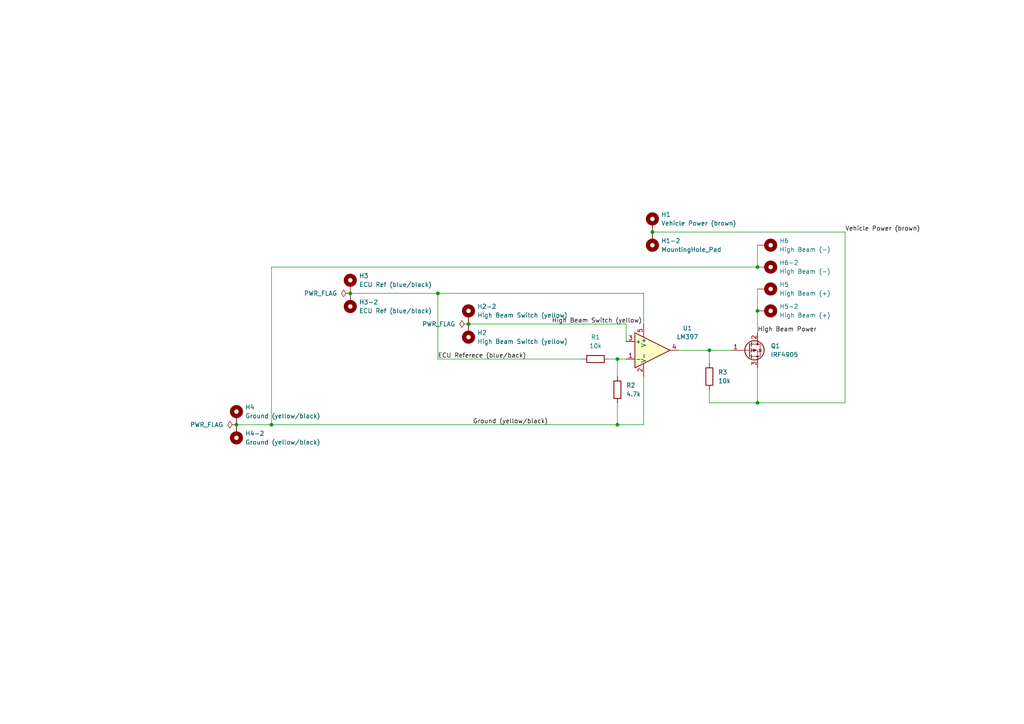
<source format=kicad_sch>
(kicad_sch (version 20250114) (generator "eeschema") (generator_version "9.0")
  (paper "A4")
  (lib_symbols
    (symbol "Comparator:LM397" (pin_names (offset 0.127))
      (property "Reference" "U" (at 1.27 5.08 0))
      (property "Value" "LM397" (at 3.81 -5.08 0))
      (symbol "LM397_0_1"
        (polyline (pts (xy -5.08 5.08) (xy 5.08 0) (xy -5.08 -5.08) (xy -5.08 5.08)) (stroke (width 0.254)) (fill (type background)))
      )
      (symbol "LM397_1_1"
        (pin input line (at -7.62 2.54 0) (length 2.54) (name "+") (number "3"))
        (pin input line (at -7.62 -2.54 0) (length 2.54) (name "-") (number "1"))
        (pin power_in line (at -2.54 7.62 270) (length 3.81) (name "V+") (number "5"))
        (pin power_in line (at -2.54 -7.62 90) (length 3.81) (name "V-") (number "2"))
        (pin open_collector line (at 7.62 0 180) (length 2.54) (name "~") (number "4"))
      )
    )
    (symbol "Device:R" (pin_numbers (hide yes)) (pin_names (offset 0))
      (property "Reference" "R" (at 2.032 0 90))
      (property "Value" "R" (at 0 0 90))
      (symbol "R_0_1"
        (rectangle (start -1.016 -2.54) (end 1.016 2.54) (stroke (width 0.254)))
      )
      (symbol "R_1_1"
        (pin passive line (at 0 3.81 270) (length 1.27) (name "~") (number "1"))
        (pin passive line (at 0 -3.81 90) (length 1.27) (name "~") (number "2"))
      )
    )
    (symbol "Mechanical:MountingHole_Pad" (pin_numbers (hide yes)) (pin_names (offset 1.016) (hide yes)) (in_bom no)
      (property "Reference" "H" (at 0 6.35 0))
      (property "Value" "MountingHole_Pad" (at 0 4.445 0))
      (symbol "MountingHole_Pad_0_1"
        (circle (center 0 1.27) (radius 1.27) (stroke (width 1.27)))
      )
      (symbol "MountingHole_Pad_1_1"
        (pin input line (at 0 -2.54 90) (length 2.54) (name "1") (number "1"))
      )
    )
    (symbol "Transistor_FET:IRF4905" (pin_names (hide yes))
      (property "Reference" "Q" (at 5.08 1.905 0))
      (property "Value" "IRF4905" (at 5.08 0 0))
      (symbol "IRF4905_0_1"
        (polyline (pts (xy 0.254 1.905) (xy 0.254 -1.905)) (stroke (width 0.254)))
        (polyline (pts (xy 0.254 0) (xy -2.54 0)))
        (polyline (pts (xy 0.762 2.286) (xy 0.762 1.27)) (stroke (width 0.254)))
        (polyline (pts (xy 0.762 1.778) (xy 3.302 1.778) (xy 3.302 -1.778) (xy 0.762 -1.778)))
        (polyline (pts (xy 0.762 0.508) (xy 0.762 -0.508)) (stroke (width 0.254)))
        (polyline (pts (xy 0.762 -1.27) (xy 0.762 -2.286)) (stroke (width 0.254)))
        (circle (center 1.651 0) (radius 2.794) (stroke (width 0.254)))
        (polyline (pts (xy 2.286 0) (xy 1.27 0.381) (xy 1.27 -0.381) (xy 2.286 0)) (fill (type outline)))
        (polyline (pts (xy 2.54 2.54) (xy 2.54 1.778)))
        (circle (center 2.54 1.778) (radius 0.254) (fill (type outline)))
        (circle (center 2.54 -1.778) (radius 0.254) (fill (type outline)))
        (polyline (pts (xy 2.54 -2.54) (xy 2.54 0) (xy 0.762 0)))
        (polyline (pts (xy 2.794 -0.508) (xy 2.921 -0.381) (xy 3.683 -0.381) (xy 3.81 -0.254)))
        (polyline (pts (xy 3.302 -0.381) (xy 2.921 0.254) (xy 3.683 0.254) (xy 3.302 -0.381)))
      )
      (symbol "IRF4905_1_1"
        (pin input line (at -5.08 0 0) (length 2.54) (name "G") (number "1"))
        (pin passive line (at 2.54 5.08 270) (length 2.54) (name "D") (number "2"))
        (pin passive line (at 2.54 -5.08 90) (length 2.54) (name "S") (number "3"))
      )
    )
    (symbol "power:PWR_FLAG" (power) (pin_numbers (hide yes)) (pin_names (offset 0) (hide yes))
      (property "Value" "PWR_FLAG" (at 0 3.81 0))
      (symbol "PWR_FLAG_0_0"
        (pin power_out line (at 0 0 90) (length 0) (name "~") (number "1"))
      )
      (symbol "PWR_FLAG_0_1"
        (polyline (pts (xy 0 0) (xy 0 1.27) (xy -1.016 1.905) (xy 0 2.54) (xy 1.016 1.905) (xy 0 1.27)))
      )
    )
  )
  (junction (at 78.74 123.19))
  (junction (at 219.71 116.84))
  (junction (at 219.71 77.47))
  (junction (at 135.89 93.98))
  (junction (at 179.07 104.14))
  (junction (at 127 85.09))
  (junction (at 101.6 85.09))
  (junction (at 68.58 123.19))
  (junction (at 219.71 90.17))
  (junction (at 189.23 67.31))
  (junction (at 205.74 101.6))
  (junction (at 179.07 123.19))
  (wire (pts (xy 101.6 85.09) (xy 127 85.09)))
  (wire (pts (xy 189.23 67.31) (xy 245.11 67.31)))
  (wire (pts (xy 179.07 104.14) (xy 181.61 104.14)))
  (wire (pts (xy 179.07 123.19) (xy 186.69 123.19)))
  (wire (pts (xy 219.71 71.12) (xy 219.71 77.47)))
  (wire (pts (xy 186.69 85.09) (xy 186.69 93.98)))
  (wire (pts (xy 127 104.14) (xy 127 85.09)))
  (wire (pts (xy 219.71 116.84) (xy 245.11 116.84)))
  (wire (pts (xy 179.07 109.22) (xy 179.07 104.14)))
  (wire (pts (xy 219.71 83.82) (xy 219.71 90.17)))
  (wire (pts (xy 245.11 116.84) (xy 245.11 67.31)))
  (wire (pts (xy 68.58 123.19) (xy 78.74 123.19)))
  (wire (pts (xy 186.69 109.22) (xy 186.69 123.19)))
  (wire (pts (xy 78.74 123.19) (xy 78.74 77.47)))
  (wire (pts (xy 205.74 116.84) (xy 219.71 116.84)))
  (wire (pts (xy 78.74 77.47) (xy 219.71 77.47)))
  (wire (pts (xy 127 85.09) (xy 186.69 85.09)))
  (wire (pts (xy 219.71 106.68) (xy 219.71 116.84)))
  (wire (pts (xy 176.53 104.14) (xy 179.07 104.14)))
  (wire (pts (xy 196.85 101.6) (xy 205.74 101.6)))
  (wire (pts (xy 181.61 93.98) (xy 181.61 99.06)))
  (wire (pts (xy 205.74 113.03) (xy 205.74 116.84)))
  (wire (pts (xy 219.71 90.17) (xy 219.71 96.52)))
  (wire (pts (xy 135.89 93.98) (xy 181.61 93.98)))
  (wire (pts (xy 205.74 105.41) (xy 205.74 101.6)))
  (wire (pts (xy 179.07 116.84) (xy 179.07 123.19)))
  (wire (pts (xy 127 104.14) (xy 168.91 104.14)))
  (wire (pts (xy 205.74 101.6) (xy 212.09 101.6)))
  (wire (pts (xy 78.74 123.19) (xy 179.07 123.19)))
  (label "Ground (yellow{slash}black)" (at 137.16 123.19 0))
  (label "Vehicle Power (brown)" (at 245.11 67.31 0))
  (label "High Beam Power" (at 219.71 96.52 0))
  (label "High Beam Switch (yellow)" (at 160.02 93.98 0))
  (label "ECU Referece (blue{slash}back)" (at 127 104.14 0))
  (symbol (lib_id "Mechanical:MountingHole_Pad") (at 68.58 120.65 0) (unit 1) (in_bom no)
    (property "Reference" "H4" (at 71.12 118.1099 0) (effects (justify left)))
    (property "Value" "Ground (yellow/black)" (at 71.12 120.6499 0) (effects (justify left)))
    (property "Footprint" "TestPoint:TestPoint_THTPad_D3.0mm_Drill1.5mm" (effects (hide yes)))
    (property "Description" "Mounting Hole with connection" (effects (hide yes)))
  )
  (symbol (lib_id "Transistor_FET:IRF4905") (at 217.17 101.6 0) (unit 1)
    (property "Reference" "Q1" (at 223.52 100.3299 0) (effects (justify left)))
    (property "Value" "IRF4905" (at 223.52 102.8699 0) (effects (justify left)))
    (property "Footprint" "Package_TO_SOT_THT:TO-220-3_Vertical" (effects (hide yes)))
    (property "Datasheet" "http://www.infineon.com/dgdl/irf4905.pdf?fileId=5546d462533600a4015355e32165197c" (effects (hide yes)))
    (property "Description" "-74A Id, -55V Vds, Single P-Channel HEXFET Power MOSFET, 20mOhm Ron, TO-220AB" (effects (hide yes)))
  )
  (symbol (lib_id "Mechanical:MountingHole_Pad") (at 222.25 77.47 270) (unit 1) (in_bom no)
    (property "Reference" "H6-2" (at 226.06 76.1999 90) (effects (justify left)))
    (property "Value" "High Beam (-)" (at 226.06 78.7399 90) (effects (justify left)))
    (property "Footprint" "TestPoint:TestPoint_THTPad_D3.0mm_Drill1.5mm" (effects (hide yes)))
    (property "Description" "Mounting Hole with connection" (effects (hide yes)))
  )
  (symbol (lib_id "Mechanical:MountingHole_Pad") (at 222.25 71.12 270) (unit 1) (in_bom no)
    (property "Reference" "H6" (at 226.06 69.8499 90) (effects (justify left)))
    (property "Value" "High Beam (-)" (at 226.06 72.3899 90) (effects (justify left)))
    (property "Footprint" "TestPoint:TestPoint_THTPad_D3.0mm_Drill1.5mm" (effects (hide yes)))
    (property "Description" "Mounting Hole with connection" (effects (hide yes)))
  )
  (symbol (lib_id "power:PWR_FLAG") (at 135.89 93.98 90) (unit 1)
    (property "Reference" "#FLG02" (effects (hide yes)))
    (property "Value" "PWR_FLAG" (at 132.08 93.9799 90) (effects (justify left)))
    (property "Description" "Special symbol for telling ERC where power comes from" (effects (hide yes)))
  )
  (symbol (lib_id "Device:R") (at 172.72 104.14 90) (unit 1)
    (property "Reference" "R1" (at 172.72 97.79 90))
    (property "Value" "10k" (at 172.72 100.33 90))
    (property "Footprint" "Resistor_SMD:R_1206_3216Metric" (effects (hide yes)))
    (property "Description" "Resistor" (effects (hide yes)))
  )
  (symbol (lib_id "Mechanical:MountingHole_Pad") (at 101.6 82.55 0) (unit 1) (in_bom no)
    (property "Reference" "H3" (at 104.14 80.0099 0) (effects (justify left)))
    (property "Value" "ECU Ref (blue/black)" (at 104.14 82.5499 0) (effects (justify left)))
    (property "Footprint" "TestPoint:TestPoint_THTPad_D3.0mm_Drill1.5mm" (effects (hide yes)))
    (property "Description" "Mounting Hole with connection" (effects (hide yes)))
  )
  (symbol (lib_id "Mechanical:MountingHole_Pad") (at 68.58 125.73 180) (unit 1) (in_bom no)
    (property "Reference" "H4-2" (at 71.12 125.7299 0) (effects (justify right)))
    (property "Value" "Ground (yellow/black)" (at 71.12 128.2699 0) (effects (justify right)))
    (property "Footprint" "TestPoint:TestPoint_THTPad_D3.0mm_Drill1.5mm" (effects (hide yes)))
    (property "Description" "Mounting Hole with connection" (effects (hide yes)))
  )
  (symbol (lib_id "Mechanical:MountingHole_Pad") (at 135.89 96.52 180) (unit 1) (in_bom no)
    (property "Reference" "H2" (at 138.43 96.5199 0) (effects (justify right)))
    (property "Value" "High Beam Switch (yellow)" (at 138.43 99.0599 0) (effects (justify right)))
    (property "Footprint" "TestPoint:TestPoint_THTPad_D3.0mm_Drill1.5mm" (effects (hide yes)))
    (property "Description" "Mounting Hole with connection" (effects (hide yes)))
  )
  (symbol (lib_id "Mechanical:MountingHole_Pad") (at 189.23 69.85 180) (unit 1) (in_bom no)
    (property "Reference" "H1-2" (at 191.77 69.8499 0) (effects (justify right)))
    (property "Value" "MountingHole_Pad" (at 191.77 72.3899 0) (effects (justify right)))
    (property "Footprint" "TestPoint:TestPoint_THTPad_D3.0mm_Drill1.5mm" (effects (hide yes)))
    (property "Description" "Mounting Hole with connection" (effects (hide yes)))
  )
  (symbol (lib_id "Device:R") (at 179.07 113.03 0) (unit 1)
    (property "Reference" "R2" (at 181.61 111.7599 0) (effects (justify left)))
    (property "Value" "4.7k" (at 181.61 114.2999 0) (effects (justify left)))
    (property "Footprint" "Resistor_SMD:R_1206_3216Metric" (effects (hide yes)))
    (property "Description" "Resistor" (effects (hide yes)))
  )
  (symbol (lib_id "Comparator:LM397") (at 189.23 101.6 0) (unit 1)
    (property "Reference" "U1" (at 199.39 95.1798 0))
    (property "Value" "LM397" (at 199.39 97.7198 0))
    (property "Footprint" "Package_TO_SOT_SMD:SOT-23-5" (effects (hide yes)))
    (property "Datasheet" "http://www.ti.com/lit/ds/symlink/lm397.pdf" (effects (hide yes)))
    (property "Description" "Single General-Purpose Voltage Comparator with Open-Collector Output, SOT-23-5" (effects (hide yes)))
  )
  (symbol (lib_id "Mechanical:MountingHole_Pad") (at 222.25 83.82 270) (unit 1) (in_bom no)
    (property "Reference" "H5" (at 226.06 82.5499 90) (effects (justify left)))
    (property "Value" "High Beam (+)" (at 226.06 85.0899 90) (effects (justify left)))
    (property "Footprint" "TestPoint:TestPoint_THTPad_D3.0mm_Drill1.5mm" (effects (hide yes)))
    (property "Description" "Mounting Hole with connection" (effects (hide yes)))
  )
  (symbol (lib_id "Mechanical:MountingHole_Pad") (at 101.6 87.63 180) (unit 1) (in_bom no)
    (property "Reference" "H3-2" (at 104.14 87.6299 0) (effects (justify right)))
    (property "Value" "ECU Ref (blue/black)" (at 104.14 90.1699 0) (effects (justify right)))
    (property "Footprint" "TestPoint:TestPoint_THTPad_D3.0mm_Drill1.5mm" (effects (hide yes)))
    (property "Description" "Mounting Hole with connection" (effects (hide yes)))
  )
  (symbol (lib_id "power:PWR_FLAG") (at 68.58 123.19 90) (unit 1)
    (property "Reference" "#FLG03" (effects (hide yes)))
    (property "Value" "PWR_FLAG" (at 64.77 123.1899 90) (effects (justify left)))
    (property "Description" "Special symbol for telling ERC where power comes from" (effects (hide yes)))
  )
  (symbol (lib_id "Mechanical:MountingHole_Pad") (at 222.25 90.17 270) (unit 1) (in_bom no)
    (property "Reference" "H5-2" (at 226.06 88.8999 90) (effects (justify left)))
    (property "Value" "High Beam (+)" (at 226.06 91.4399 90) (effects (justify left)))
    (property "Footprint" "TestPoint:TestPoint_THTPad_D3.0mm_Drill1.5mm" (effects (hide yes)))
    (property "Description" "Mounting Hole with connection" (effects (hide yes)))
  )
  (symbol (lib_id "Mechanical:MountingHole_Pad") (at 189.23 64.77 0) (unit 1) (in_bom no)
    (property "Reference" "H1" (at 191.77 62.2299 0) (effects (justify left)))
    (property "Value" "Vehicle Power (brown)" (at 191.77 64.7699 0) (effects (justify left)))
    (property "Footprint" "TestPoint:TestPoint_THTPad_D3.0mm_Drill1.5mm" (effects (hide yes)))
    (property "Description" "Mounting Hole with connection" (effects (hide yes)))
  )
  (symbol (lib_id "Mechanical:MountingHole_Pad") (at 135.89 91.44 0) (unit 1) (in_bom no)
    (property "Reference" "H2-2" (at 138.43 88.8999 0) (effects (justify left)))
    (property "Value" "High Beam Switch (yellow)" (at 138.43 91.4399 0) (effects (justify left)))
    (property "Footprint" "TestPoint:TestPoint_THTPad_D3.0mm_Drill1.5mm" (effects (hide yes)))
    (property "Description" "Mounting Hole with connection" (effects (hide yes)))
  )
  (symbol (lib_id "Device:R") (at 205.74 109.22 180) (unit 1)
    (property "Reference" "R3" (at 208.28 107.9499 0) (effects (justify right)))
    (property "Value" "10k" (at 208.28 110.4899 0) (effects (justify right)))
    (property "Footprint" "Resistor_SMD:R_1206_3216Metric" (effects (hide yes)))
    (property "Description" "Resistor" (effects (hide yes)))
  )
  (symbol (lib_id "power:PWR_FLAG") (at 101.6 85.09 90) (unit 1)
    (property "Reference" "#FLG01" (effects (hide yes)))
    (property "Value" "PWR_FLAG" (at 97.79 85.0899 90) (effects (justify left)))
    (property "Description" "Special symbol for telling ERC where power comes from" (effects (hide yes)))
  )
)
</source>
